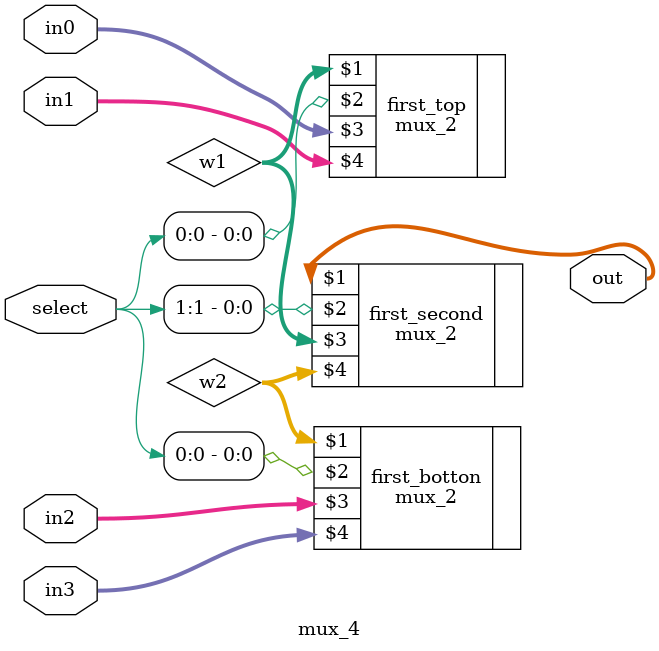
<source format=v>
module mux_4(out, select, in0, in1, in2, in3);
    input [1:0] select;
    input [31:0] in0, in1, in2, in3;
    output [31:0] out;
    wire [31:0] w1, w2;
    mux_2 first_top(w1, select[0], in0, in1);
    mux_2 first_botton(w2, select[0], in2, in3);
    mux_2 first_second(out, select[1], w1, w2);
endmodule
</source>
